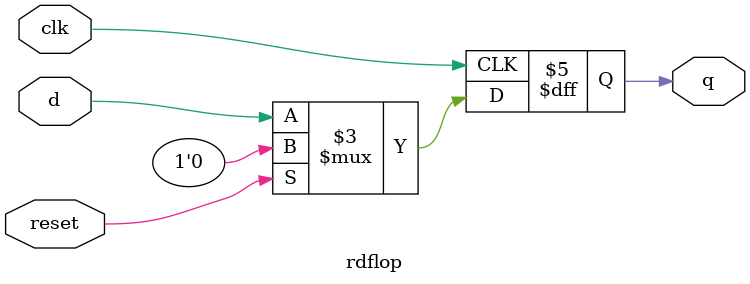
<source format=sv>
`timescale 1ns / 1ps


module rdflop(
    input logic clk,
    input logic reset,
    input logic d,
    output logic q
    );
    always_ff@(posedge clk) begin
    if(reset) q <= 1'b0;
    else q <= d;
    end
endmodule

</source>
